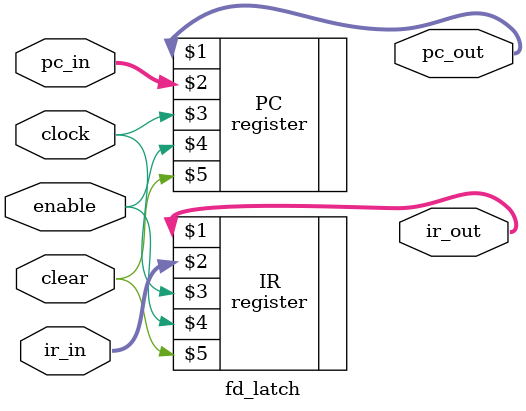
<source format=v>
module fd_latch(pc_out, ir_out, pc_in, ir_in, clock, clear, enable);
// enable = ~ dostall

    input clock, clear, enable;
    input [31:0] pc_in, ir_in;
    output [31:0] pc_out, ir_out;
// module register(out, in, clk, input_enable, clr);

    register PC(pc_out, pc_in, clock, enable, clear);
    register IR(ir_out, ir_in, clock, enable, clear);

endmodule
</source>
